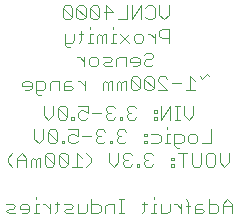
<source format=gbr>
G04 EAGLE Gerber RS-274X export*
G75*
%MOMM*%
%FSLAX34Y34*%
%LPD*%
%INSilkscreen Bottom*%
%IPPOS*%
%AMOC8*
5,1,8,0,0,1.08239X$1,22.5*%
G01*
%ADD10C,0.101600*%


D10*
X179492Y132202D02*
X179492Y124406D01*
X175594Y120508D01*
X171696Y124406D01*
X171696Y132202D01*
X167798Y120508D02*
X163900Y120508D01*
X165849Y120508D02*
X165849Y132202D01*
X167798Y132202D02*
X163900Y132202D01*
X160002Y132202D02*
X160002Y120508D01*
X152206Y120508D02*
X160002Y132202D01*
X152206Y132202D02*
X152206Y120508D01*
X148308Y128304D02*
X146359Y128304D01*
X146359Y126355D01*
X148308Y126355D01*
X148308Y128304D01*
X148308Y122457D02*
X146359Y122457D01*
X146359Y120508D01*
X148308Y120508D01*
X148308Y122457D01*
X130767Y130253D02*
X128818Y132202D01*
X124920Y132202D01*
X122971Y130253D01*
X122971Y128304D01*
X124920Y126355D01*
X126869Y126355D01*
X124920Y126355D02*
X122971Y124406D01*
X122971Y122457D01*
X124920Y120508D01*
X128818Y120508D01*
X130767Y122457D01*
X119073Y122457D02*
X119073Y120508D01*
X119073Y122457D02*
X117124Y122457D01*
X117124Y120508D01*
X119073Y120508D01*
X113226Y130253D02*
X111277Y132202D01*
X107379Y132202D01*
X105430Y130253D01*
X105430Y128304D01*
X107379Y126355D01*
X109328Y126355D01*
X107379Y126355D02*
X105430Y124406D01*
X105430Y122457D01*
X107379Y120508D01*
X111277Y120508D01*
X113226Y122457D01*
X101532Y126355D02*
X93736Y126355D01*
X89838Y132202D02*
X82042Y132202D01*
X89838Y132202D02*
X89838Y126355D01*
X85940Y128304D01*
X83991Y128304D01*
X82042Y126355D01*
X82042Y122457D01*
X83991Y120508D01*
X87889Y120508D01*
X89838Y122457D01*
X78144Y122457D02*
X78144Y120508D01*
X78144Y122457D02*
X76195Y122457D01*
X76195Y120508D01*
X78144Y120508D01*
X72297Y122457D02*
X72297Y130253D01*
X70348Y132202D01*
X66450Y132202D01*
X64501Y130253D01*
X64501Y122457D01*
X66450Y120508D01*
X70348Y120508D01*
X72297Y122457D01*
X64501Y130253D01*
X60603Y132202D02*
X60603Y124406D01*
X56705Y120508D01*
X52807Y124406D01*
X52807Y132202D01*
X194492Y112202D02*
X194492Y100508D01*
X186696Y100508D01*
X180849Y100508D02*
X176951Y100508D01*
X175002Y102457D01*
X175002Y106355D01*
X176951Y108304D01*
X180849Y108304D01*
X182798Y106355D01*
X182798Y102457D01*
X180849Y100508D01*
X167206Y96610D02*
X165257Y96610D01*
X163308Y98559D01*
X163308Y108304D01*
X169155Y108304D01*
X171104Y106355D01*
X171104Y102457D01*
X169155Y100508D01*
X163308Y100508D01*
X159410Y108304D02*
X157461Y108304D01*
X157461Y100508D01*
X159410Y100508D02*
X155512Y100508D01*
X157461Y112202D02*
X157461Y114151D01*
X149665Y108304D02*
X143818Y108304D01*
X149665Y108304D02*
X151614Y106355D01*
X151614Y102457D01*
X149665Y100508D01*
X143818Y100508D01*
X139920Y108304D02*
X137971Y108304D01*
X137971Y106355D01*
X139920Y106355D01*
X139920Y108304D01*
X139920Y102457D02*
X137971Y102457D01*
X137971Y100508D01*
X139920Y100508D01*
X139920Y102457D01*
X122379Y110253D02*
X120430Y112202D01*
X116532Y112202D01*
X114583Y110253D01*
X114583Y108304D01*
X116532Y106355D01*
X118481Y106355D01*
X116532Y106355D02*
X114583Y104406D01*
X114583Y102457D01*
X116532Y100508D01*
X120430Y100508D01*
X122379Y102457D01*
X110685Y102457D02*
X110685Y100508D01*
X110685Y102457D02*
X108736Y102457D01*
X108736Y100508D01*
X110685Y100508D01*
X104838Y110253D02*
X102889Y112202D01*
X98991Y112202D01*
X97042Y110253D01*
X97042Y108304D01*
X98991Y106355D01*
X100940Y106355D01*
X98991Y106355D02*
X97042Y104406D01*
X97042Y102457D01*
X98991Y100508D01*
X102889Y100508D01*
X104838Y102457D01*
X93144Y106355D02*
X85348Y106355D01*
X81450Y112202D02*
X73654Y112202D01*
X81450Y112202D02*
X81450Y106355D01*
X77552Y108304D01*
X75603Y108304D01*
X73654Y106355D01*
X73654Y102457D01*
X75603Y100508D01*
X79501Y100508D01*
X81450Y102457D01*
X69756Y102457D02*
X69756Y100508D01*
X69756Y102457D02*
X67807Y102457D01*
X67807Y100508D01*
X69756Y100508D01*
X63909Y102457D02*
X63909Y110253D01*
X61960Y112202D01*
X58062Y112202D01*
X56113Y110253D01*
X56113Y102457D01*
X58062Y100508D01*
X61960Y100508D01*
X63909Y102457D01*
X56113Y110253D01*
X52215Y112202D02*
X52215Y104406D01*
X48317Y100508D01*
X44419Y104406D01*
X44419Y112202D01*
X209492Y92202D02*
X209492Y84406D01*
X205594Y80508D01*
X201696Y84406D01*
X201696Y92202D01*
X195849Y92202D02*
X191951Y92202D01*
X195849Y92202D02*
X197798Y90253D01*
X197798Y82457D01*
X195849Y80508D01*
X191951Y80508D01*
X190002Y82457D01*
X190002Y90253D01*
X191951Y92202D01*
X186104Y92202D02*
X186104Y82457D01*
X184155Y80508D01*
X180257Y80508D01*
X178308Y82457D01*
X178308Y92202D01*
X170512Y92202D02*
X170512Y80508D01*
X174410Y92202D02*
X166614Y92202D01*
X162716Y88304D02*
X160767Y88304D01*
X160767Y86355D01*
X162716Y86355D01*
X162716Y88304D01*
X162716Y82457D02*
X160767Y82457D01*
X160767Y80508D01*
X162716Y80508D01*
X162716Y82457D01*
X145175Y90253D02*
X143226Y92202D01*
X139328Y92202D01*
X137379Y90253D01*
X137379Y88304D01*
X139328Y86355D01*
X141277Y86355D01*
X139328Y86355D02*
X137379Y84406D01*
X137379Y82457D01*
X139328Y80508D01*
X143226Y80508D01*
X145175Y82457D01*
X133481Y82457D02*
X133481Y80508D01*
X133481Y82457D02*
X131532Y82457D01*
X131532Y80508D01*
X133481Y80508D01*
X127634Y90253D02*
X125685Y92202D01*
X121787Y92202D01*
X119838Y90253D01*
X119838Y88304D01*
X121787Y86355D01*
X123736Y86355D01*
X121787Y86355D02*
X119838Y84406D01*
X119838Y82457D01*
X121787Y80508D01*
X125685Y80508D01*
X127634Y82457D01*
X115940Y84406D02*
X115940Y92202D01*
X115940Y84406D02*
X112042Y80508D01*
X108144Y84406D01*
X108144Y92202D01*
X92552Y84406D02*
X88654Y80508D01*
X92552Y84406D02*
X92552Y88304D01*
X88654Y92202D01*
X84756Y88304D02*
X80858Y92202D01*
X80858Y80508D01*
X84756Y80508D02*
X76960Y80508D01*
X73062Y82457D02*
X73062Y90253D01*
X71113Y92202D01*
X67215Y92202D01*
X65266Y90253D01*
X65266Y82457D01*
X67215Y80508D01*
X71113Y80508D01*
X73062Y82457D01*
X65266Y90253D01*
X61368Y90253D02*
X61368Y82457D01*
X61368Y90253D02*
X59419Y92202D01*
X55521Y92202D01*
X53572Y90253D01*
X53572Y82457D01*
X55521Y80508D01*
X59419Y80508D01*
X61368Y82457D01*
X53572Y90253D01*
X49674Y88304D02*
X49674Y80508D01*
X49674Y88304D02*
X47726Y88304D01*
X45777Y86355D01*
X45777Y80508D01*
X45777Y86355D02*
X43828Y88304D01*
X41879Y86355D01*
X41879Y80508D01*
X37981Y80508D02*
X37981Y88304D01*
X34083Y92202D01*
X30185Y88304D01*
X30185Y80508D01*
X30185Y86355D02*
X37981Y86355D01*
X26287Y80508D02*
X22389Y84406D01*
X22389Y88304D01*
X26287Y92202D01*
X212032Y49004D02*
X212032Y41208D01*
X212032Y49004D02*
X208134Y52902D01*
X204236Y49004D01*
X204236Y41208D01*
X204236Y47055D02*
X212032Y47055D01*
X192542Y52902D02*
X192542Y41208D01*
X198389Y41208D01*
X200338Y43157D01*
X200338Y47055D01*
X198389Y49004D01*
X192542Y49004D01*
X186695Y49004D02*
X182797Y49004D01*
X180848Y47055D01*
X180848Y41208D01*
X186695Y41208D01*
X188644Y43157D01*
X186695Y45106D01*
X180848Y45106D01*
X175001Y41208D02*
X175001Y50953D01*
X173052Y52902D01*
X173052Y47055D02*
X176950Y47055D01*
X169154Y49004D02*
X169154Y41208D01*
X169154Y45106D02*
X165256Y49004D01*
X163307Y49004D01*
X159409Y49004D02*
X159409Y43157D01*
X157460Y41208D01*
X151613Y41208D01*
X151613Y49004D01*
X147715Y49004D02*
X145766Y49004D01*
X145766Y41208D01*
X147715Y41208D02*
X143817Y41208D01*
X145766Y52902D02*
X145766Y54851D01*
X137970Y50953D02*
X137970Y43157D01*
X136021Y41208D01*
X136021Y49004D02*
X139919Y49004D01*
X120429Y41208D02*
X116531Y41208D01*
X118480Y41208D02*
X118480Y52902D01*
X120429Y52902D02*
X116531Y52902D01*
X112633Y49004D02*
X112633Y41208D01*
X112633Y49004D02*
X106786Y49004D01*
X104837Y47055D01*
X104837Y41208D01*
X93143Y41208D02*
X93143Y52902D01*
X93143Y41208D02*
X98990Y41208D01*
X100939Y43157D01*
X100939Y47055D01*
X98990Y49004D01*
X93143Y49004D01*
X89245Y49004D02*
X89245Y43157D01*
X87296Y41208D01*
X81449Y41208D01*
X81449Y49004D01*
X77551Y41208D02*
X71704Y41208D01*
X69755Y43157D01*
X71704Y45106D01*
X75602Y45106D01*
X77551Y47055D01*
X75602Y49004D01*
X69755Y49004D01*
X63908Y50953D02*
X63908Y43157D01*
X61959Y41208D01*
X61959Y49004D02*
X65857Y49004D01*
X58061Y49004D02*
X58061Y41208D01*
X58061Y45106D02*
X54164Y49004D01*
X52215Y49004D01*
X48317Y49004D02*
X46368Y49004D01*
X46368Y41208D01*
X48317Y41208D02*
X44419Y41208D01*
X46368Y52902D02*
X46368Y54851D01*
X38572Y41208D02*
X34674Y41208D01*
X38572Y41208D02*
X40521Y43157D01*
X40521Y47055D01*
X38572Y49004D01*
X34674Y49004D01*
X32725Y47055D01*
X32725Y45106D01*
X40521Y45106D01*
X28827Y41208D02*
X22980Y41208D01*
X21031Y43157D01*
X22980Y45106D01*
X26878Y45106D01*
X28827Y47055D01*
X26878Y49004D01*
X21031Y49004D01*
X158392Y209406D02*
X158392Y217202D01*
X158392Y209406D02*
X154494Y205508D01*
X150596Y209406D01*
X150596Y217202D01*
X140851Y217202D02*
X138902Y215253D01*
X140851Y217202D02*
X144749Y217202D01*
X146698Y215253D01*
X146698Y207457D01*
X144749Y205508D01*
X140851Y205508D01*
X138902Y207457D01*
X135004Y205508D02*
X135004Y217202D01*
X127208Y205508D01*
X127208Y217202D01*
X123310Y217202D02*
X123310Y205508D01*
X115514Y205508D01*
X105769Y205508D02*
X105769Y217202D01*
X111616Y211355D01*
X103820Y211355D01*
X99922Y207457D02*
X99922Y215253D01*
X97973Y217202D01*
X94075Y217202D01*
X92126Y215253D01*
X92126Y207457D01*
X94075Y205508D01*
X97973Y205508D01*
X99922Y207457D01*
X92126Y215253D01*
X88228Y215253D02*
X88228Y207457D01*
X88228Y215253D02*
X86279Y217202D01*
X82381Y217202D01*
X80432Y215253D01*
X80432Y207457D01*
X82381Y205508D01*
X86279Y205508D01*
X88228Y207457D01*
X80432Y215253D01*
X76534Y215253D02*
X76534Y207457D01*
X76534Y215253D02*
X74585Y217202D01*
X70687Y217202D01*
X68738Y215253D01*
X68738Y207457D01*
X70687Y205508D01*
X74585Y205508D01*
X76534Y207457D01*
X68738Y215253D01*
X158392Y197202D02*
X158392Y185508D01*
X158392Y197202D02*
X152545Y197202D01*
X150596Y195253D01*
X150596Y191355D01*
X152545Y189406D01*
X158392Y189406D01*
X146698Y185508D02*
X146698Y193304D01*
X146698Y189406D02*
X142800Y193304D01*
X140851Y193304D01*
X135004Y185508D02*
X131106Y185508D01*
X129157Y187457D01*
X129157Y191355D01*
X131106Y193304D01*
X135004Y193304D01*
X136953Y191355D01*
X136953Y187457D01*
X135004Y185508D01*
X125259Y193304D02*
X117463Y185508D01*
X125259Y185508D02*
X117463Y193304D01*
X113565Y193304D02*
X111616Y193304D01*
X111616Y185508D01*
X113565Y185508D02*
X109667Y185508D01*
X111616Y197202D02*
X111616Y199151D01*
X105769Y193304D02*
X105769Y185508D01*
X105769Y193304D02*
X103820Y193304D01*
X101871Y191355D01*
X101871Y185508D01*
X101871Y191355D02*
X99922Y193304D01*
X97973Y191355D01*
X97973Y185508D01*
X94075Y193304D02*
X92126Y193304D01*
X92126Y185508D01*
X94075Y185508D02*
X90177Y185508D01*
X92126Y197202D02*
X92126Y199151D01*
X84330Y195253D02*
X84330Y187457D01*
X82381Y185508D01*
X82381Y193304D02*
X86279Y193304D01*
X78483Y193304D02*
X78483Y187457D01*
X76534Y185508D01*
X70687Y185508D01*
X70687Y183559D02*
X70687Y193304D01*
X70687Y183559D02*
X72636Y181610D01*
X74585Y181610D01*
X137736Y175253D02*
X139685Y177202D01*
X143583Y177202D01*
X145532Y175253D01*
X145532Y173304D01*
X143583Y171355D01*
X139685Y171355D01*
X137736Y169406D01*
X137736Y167457D01*
X139685Y165508D01*
X143583Y165508D01*
X145532Y167457D01*
X131889Y165508D02*
X127991Y165508D01*
X131889Y165508D02*
X133838Y167457D01*
X133838Y171355D01*
X131889Y173304D01*
X127991Y173304D01*
X126042Y171355D01*
X126042Y169406D01*
X133838Y169406D01*
X122144Y165508D02*
X122144Y173304D01*
X116297Y173304D01*
X114348Y171355D01*
X114348Y165508D01*
X110450Y165508D02*
X104603Y165508D01*
X102654Y167457D01*
X104603Y169406D01*
X108501Y169406D01*
X110450Y171355D01*
X108501Y173304D01*
X102654Y173304D01*
X96807Y165508D02*
X92909Y165508D01*
X90960Y167457D01*
X90960Y171355D01*
X92909Y173304D01*
X96807Y173304D01*
X98756Y171355D01*
X98756Y167457D01*
X96807Y165508D01*
X87062Y165508D02*
X87062Y173304D01*
X87062Y169406D02*
X83164Y173304D01*
X81215Y173304D01*
X190583Y158931D02*
X192532Y156982D01*
X190583Y158931D02*
X186685Y155033D01*
X184736Y156982D01*
X180838Y153084D02*
X176940Y156982D01*
X176940Y145288D01*
X180838Y145288D02*
X173042Y145288D01*
X169144Y151135D02*
X161348Y151135D01*
X157450Y145288D02*
X149654Y145288D01*
X157450Y145288D02*
X149654Y153084D01*
X149654Y155033D01*
X151603Y156982D01*
X155501Y156982D01*
X157450Y155033D01*
X145756Y155033D02*
X145756Y147237D01*
X145756Y155033D02*
X143807Y156982D01*
X139909Y156982D01*
X137960Y155033D01*
X137960Y147237D01*
X139909Y145288D01*
X143807Y145288D01*
X145756Y147237D01*
X137960Y155033D01*
X134062Y155033D02*
X134062Y147237D01*
X134062Y155033D02*
X132113Y156982D01*
X128215Y156982D01*
X126266Y155033D01*
X126266Y147237D01*
X128215Y145288D01*
X132113Y145288D01*
X134062Y147237D01*
X126266Y155033D01*
X122368Y153084D02*
X122368Y145288D01*
X122368Y153084D02*
X120419Y153084D01*
X118470Y151135D01*
X118470Y145288D01*
X118470Y151135D02*
X116521Y153084D01*
X114572Y151135D01*
X114572Y145288D01*
X110674Y145288D02*
X110674Y153084D01*
X108725Y153084D01*
X106776Y151135D01*
X106776Y145288D01*
X106776Y151135D02*
X104827Y153084D01*
X102878Y151135D01*
X102878Y145288D01*
X87286Y145288D02*
X87286Y153084D01*
X87286Y149186D02*
X83388Y153084D01*
X81439Y153084D01*
X75592Y153084D02*
X71694Y153084D01*
X69745Y151135D01*
X69745Y145288D01*
X75592Y145288D01*
X77541Y147237D01*
X75592Y149186D01*
X69745Y149186D01*
X65847Y145288D02*
X65847Y153084D01*
X60000Y153084D01*
X58051Y151135D01*
X58051Y145288D01*
X50255Y141390D02*
X48306Y141390D01*
X46357Y143339D01*
X46357Y153084D01*
X52204Y153084D01*
X54153Y151135D01*
X54153Y147237D01*
X52204Y145288D01*
X46357Y145288D01*
X40510Y145288D02*
X36612Y145288D01*
X40510Y145288D02*
X42459Y147237D01*
X42459Y151135D01*
X40510Y153084D01*
X36612Y153084D01*
X34663Y151135D01*
X34663Y149186D01*
X42459Y149186D01*
M02*

</source>
